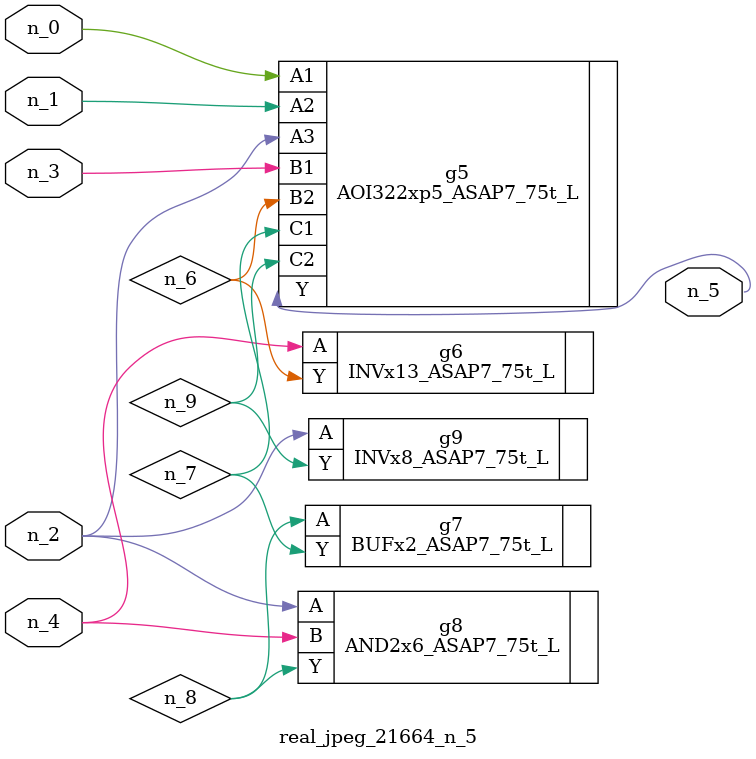
<source format=v>
module real_jpeg_21664_n_5 (n_4, n_0, n_1, n_2, n_3, n_5);

input n_4;
input n_0;
input n_1;
input n_2;
input n_3;

output n_5;

wire n_8;
wire n_6;
wire n_7;
wire n_9;

AOI322xp5_ASAP7_75t_L g5 ( 
.A1(n_0),
.A2(n_1),
.A3(n_2),
.B1(n_3),
.B2(n_6),
.C1(n_7),
.C2(n_9),
.Y(n_5)
);

AND2x6_ASAP7_75t_L g8 ( 
.A(n_2),
.B(n_4),
.Y(n_8)
);

INVx8_ASAP7_75t_L g9 ( 
.A(n_2),
.Y(n_9)
);

INVx13_ASAP7_75t_L g6 ( 
.A(n_4),
.Y(n_6)
);

BUFx2_ASAP7_75t_L g7 ( 
.A(n_8),
.Y(n_7)
);


endmodule
</source>
